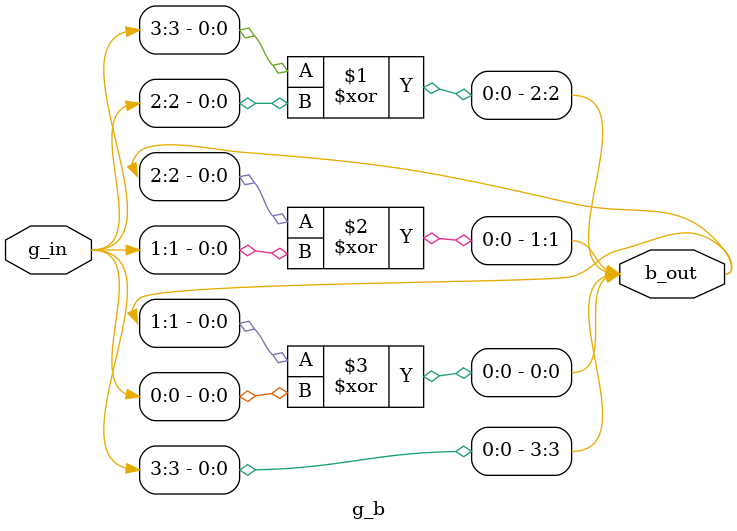
<source format=v>
module g_b(
    input [3:0] g_in,
    output [3:0] b_out
    );
    assign b_out[3] = g_in[3];
    assign b_out[2] = b_out[3] ^ g_in[2];
    assign b_out[1] = b_out[2] ^ g_in[1];
    assign b_out[0] = b_out[1] ^ g_in[0];
endmodule

</source>
